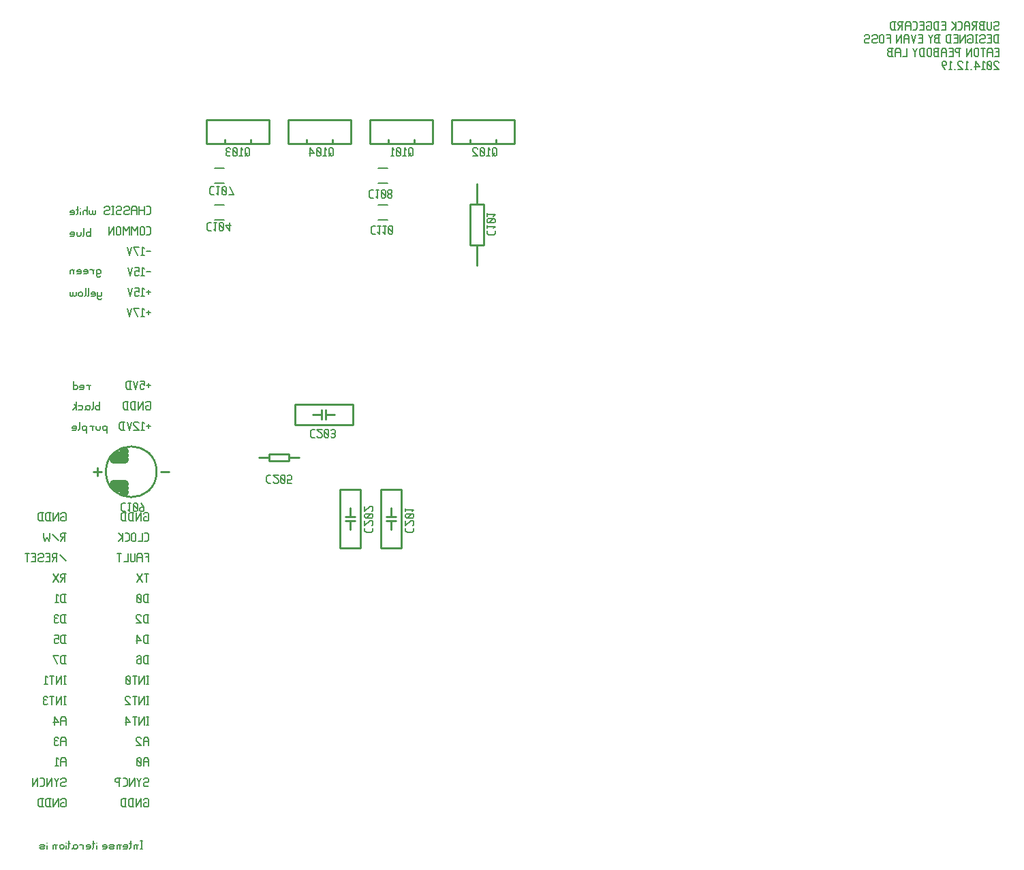
<source format=gbo>
From c3ca4f95bd59f69d45e582a4149327f57a360760 Mon Sep 17 00:00:00 2001
From: jaseg <git@jaseg.de>
Date: Sun, 30 Jan 2022 20:11:38 +0100
Subject: Rename gerbonara/gerber package to just gerbonara

---
 gerbonara/tests/resources/pcb-rnd/power-art.gbo | 1762 +++++++++++++++++++++++
 1 file changed, 1762 insertions(+)
 create mode 100644 gerbonara/tests/resources/pcb-rnd/power-art.gbo

(limited to 'gerbonara/tests/resources/pcb-rnd/power-art.gbo')

diff --git a/gerbonara/tests/resources/pcb-rnd/power-art.gbo b/gerbonara/tests/resources/pcb-rnd/power-art.gbo
new file mode 100644
index 0000000..0aa8280
--- /dev/null
+++ b/gerbonara/tests/resources/pcb-rnd/power-art.gbo
@@ -0,0 +1,1762 @@
+G04 start of page 2 for group 12 layer_idx 7 *
+G04 Title: (unknown), bottom_silk *
+G04 Creator: pcb-rnd 2.3.2 *
+G04 CreationDate: 2021-07-14 03:04:30 UTC *
+G04 For:  *
+G04 Format: Gerber/RS-274X *
+G04 PCB-Dimensions: 1000000 1000000 *
+G04 PCB-Coordinate-Origin: lower left *
+%MOIN*%
+%FSLAX25Y25*%
+%LNBOTTOM_SILK_NONE_12*%
+%ADD88C,0.0070*%
+%ADD87C,0.0394*%
+%ADD86C,0.0080*%
+%ADD85C,0.0100*%
+G54D85*X352646Y925193D02*Y913776D01*
+X343354D02*Y925193D01*
+X334299Y913776D02*Y915744D01*
+X321701D02*Y913776D01*
+G54D86*X316638Y876260D02*X321362D01*
+X316638Y883740D02*X321362D01*
+X316638Y894260D02*X321362D01*
+X316638Y901740D02*X321362D01*
+G54D85*X383354Y925193D02*X352646D01*
+X361701Y915744D02*Y913776D01*
+X365000Y854000D02*Y864000D01*
+X361667Y884000D02*Y864000D01*
+X365000Y884000D02*Y894000D01*
+X361667Y884000D02*X368333D01*
+Y864000D02*X361667D01*
+X368333D02*Y884000D01*
+X383354Y913776D02*Y925193D01*
+X352646Y913776D02*X383354D01*
+X374299D02*Y915744D01*
+X343354Y925193D02*X312646D01*
+X303354D02*X272646D01*
+X263354D02*X232646D01*
+X312646Y913776D02*X343354D01*
+X272646D02*X303354D01*
+X232646D02*X263354D01*
+X272646Y925193D02*Y913776D01*
+X281701Y915744D02*Y913776D01*
+X263354D02*Y925193D01*
+X232646D02*Y913776D01*
+X254299D02*Y915744D01*
+X241701D02*Y913776D01*
+X312646Y925193D02*Y913776D01*
+X303354D02*Y925193D01*
+X294299Y913776D02*Y915744D01*
+X304331Y785921D02*X275984D01*
+Y776079D01*
+X284843Y781000D02*X289173D01*
+X291142Y778638D02*Y783362D01*
+X275984Y776079D02*X304331D01*
+Y785921D01*
+X289173Y778638D02*Y783362D01*
+X291142Y781000D02*X295472D01*
+X273075Y760000D02*X278000D01*
+X325362Y729016D02*X320638D01*
+X323000Y730984D02*Y735315D01*
+X325362Y730984D02*X320638D01*
+X327921Y715827D02*Y744173D01*
+X318079Y715827D02*X327921D01*
+X323000Y724685D02*Y729016D01*
+X307921Y715827D02*Y744173D01*
+X298079D02*Y715827D01*
+X307921D01*
+X303000Y724685D02*Y729016D01*
+Y730984D02*Y735315D01*
+X305362Y729016D02*X300638D01*
+X305362Y730984D02*X300638D01*
+X327921Y744173D02*X318079D01*
+X307921D02*X298079D01*
+X318079D02*Y715827D01*
+G54D86*X236638Y894260D02*X241362D01*
+X236638Y901740D02*X241362D01*
+X236638Y876260D02*X241362D01*
+G54D85*X177520Y753000D02*X181520D01*
+G54D87*X192821Y758906D02*X187320D01*
+X192821Y760874D02*X189077D01*
+X192821Y762843D02*X192461D01*
+G54D85*X210323Y753000D02*X214323D01*
+X179520Y751000D02*Y755000D01*
+G54D87*X192821Y747094D02*X187320D01*
+X192821Y745126D02*X189077D01*
+X192821Y743157D02*X192461D01*
+G54D85*X258300Y760000D02*X263225D01*
+Y758358D02*X273075D01*
+Y761642D02*X263225D01*
+X273075D02*Y758358D01*
+X263225D02*Y761642D01*
+G54D86*X236638Y883740D02*X241362D01*
+G54D85*X183520Y753000D02*G75*G02X208323Y753000I12402J0D01*G01*
+G75*G02X183520Y753000I-12402J0D01*G01*
+G54D88*X164000Y703000D02*X162000D01*
+X161500Y702500D01*
+Y701500D01*
+X162000Y701000D02*X161500Y701500D01*
+X163500Y701000D02*X162000D01*
+X163500Y703000D02*Y699000D01*
+X162700Y701000D02*X161500Y699000D01*
+X160300D02*X157800Y703000D01*
+X160300D02*X157800Y699000D01*
+X163500Y693000D02*Y689000D01*
+X162200Y693000D02*X161500Y692300D01*
+Y689700D01*
+X162200Y689000D02*X161500Y689700D01*
+X164000Y689000D02*X162200D01*
+X164000Y693000D02*X162200D01*
+X160300Y692200D02*X159500Y693000D01*
+Y689000D01*
+X160300D02*X158800D01*
+X163500Y683000D02*Y679000D01*
+X162200Y683000D02*X161500Y682300D01*
+Y679700D01*
+X162200Y679000D02*X161500Y679700D01*
+X164000Y679000D02*X162200D01*
+X164000Y683000D02*X162200D01*
+X160300Y682500D02*X159800Y683000D01*
+X158800D01*
+X158300Y682500D01*
+X158800Y679000D02*X158300Y679500D01*
+X159800Y679000D02*X158800D01*
+X160300Y679500D02*X159800Y679000D01*
+Y681200D02*X158800D01*
+X158300Y682500D02*Y681700D01*
+Y680700D02*Y679500D01*
+Y680700D02*X158800Y681200D01*
+X158300Y681700D02*X158800Y681200D01*
+X164000Y643000D02*X163000D01*
+X163500D02*Y639000D01*
+X164000D02*X163000D01*
+X161800Y643000D02*Y639000D01*
+Y643000D02*X159300Y639000D01*
+Y643000D02*Y639000D01*
+X158100Y643000D02*X156100D01*
+X157100D02*Y639000D01*
+X154900Y642500D02*X154400Y643000D01*
+X153400D01*
+X152900Y642500D01*
+X153400Y639000D02*X152900Y639500D01*
+X154400Y639000D02*X153400D01*
+X154900Y639500D02*X154400Y639000D01*
+Y641200D02*X153400D01*
+X152900Y642500D02*Y641700D01*
+Y640700D02*Y639500D01*
+Y640700D02*X153400Y641200D01*
+X152900Y641700D02*X153400Y641200D01*
+X164000Y632000D02*Y629000D01*
+Y632000D02*X163300Y633000D01*
+X162200D01*
+X161500Y632000D01*
+Y629000D01*
+X164000Y631000D02*X161500D01*
+X160300Y630500D02*X158300Y633000D01*
+X160300Y630500D02*X157800D01*
+X158300Y633000D02*Y629000D01*
+X164000Y653000D02*X163000D01*
+X163500D02*Y649000D01*
+X164000D02*X163000D01*
+X161800Y653000D02*Y649000D01*
+Y653000D02*X159300Y649000D01*
+Y653000D02*Y649000D01*
+X158100Y653000D02*X156100D01*
+X157100D02*Y649000D01*
+X154900Y652200D02*X154100Y653000D01*
+Y649000D01*
+X154900D02*X153400D01*
+X163500Y663000D02*Y659000D01*
+X162200Y663000D02*X161500Y662300D01*
+Y659700D01*
+X162200Y659000D02*X161500Y659700D01*
+X164000Y659000D02*X162200D01*
+X164000Y663000D02*X162200D01*
+X159800Y659000D02*X157800Y663000D01*
+X160300D02*X157800D01*
+X163500Y673000D02*Y669000D01*
+X162200Y673000D02*X161500Y672300D01*
+Y669700D01*
+X162200Y669000D02*X161500Y669700D01*
+X164000Y669000D02*X162200D01*
+X164000Y673000D02*X162200D01*
+X160300D02*X158300D01*
+X160300D02*Y671000D01*
+X159800Y671500D01*
+X158800D01*
+X158300Y671000D01*
+Y669500D01*
+X158800Y669000D02*X158300Y669500D01*
+X159800Y669000D02*X158800D01*
+X160300Y669500D02*X159800Y669000D01*
+X204000Y663000D02*Y659000D01*
+X202700Y663000D02*X202000Y662300D01*
+Y659700D01*
+X202700Y659000D02*X202000Y659700D01*
+X204500Y659000D02*X202700D01*
+X204500Y663000D02*X202700D01*
+X199300D02*X198800Y662500D01*
+X200300Y663000D02*X199300D01*
+X200800Y662500D02*X200300Y663000D01*
+X200800Y662500D02*Y659500D01*
+X200300Y659000D01*
+X199300Y661200D02*X198800Y660700D01*
+X200800Y661200D02*X199300D01*
+X200300Y659000D02*X199300D01*
+X198800Y659500D01*
+Y660700D02*Y659500D01*
+X204500Y633000D02*X203500D01*
+X204000D02*Y629000D01*
+X204500D02*X203500D01*
+X202300Y633000D02*Y629000D01*
+Y633000D02*X199800Y629000D01*
+Y633000D02*Y629000D01*
+X198600Y633000D02*X196600D01*
+X197600D02*Y629000D01*
+X195400Y630500D02*X193400Y633000D01*
+X195400Y630500D02*X192900D01*
+X193400Y633000D02*Y629000D01*
+X204500Y643000D02*X203500D01*
+X204000D02*Y639000D01*
+X204500D02*X203500D01*
+X202300Y643000D02*Y639000D01*
+Y643000D02*X199800Y639000D01*
+Y643000D02*Y639000D01*
+X198600Y643000D02*X196600D01*
+X197600D02*Y639000D01*
+X195400Y642500D02*X194900Y643000D01*
+X193400D01*
+X192900Y642500D01*
+Y641500D01*
+X195400Y639000D02*X192900Y641500D01*
+X195400Y639000D02*X192900D01*
+X204500Y653000D02*X203500D01*
+X204000D02*Y649000D01*
+X204500D02*X203500D01*
+X202300Y653000D02*Y649000D01*
+Y653000D02*X199800Y649000D01*
+Y653000D02*Y649000D01*
+X198600Y653000D02*X196600D01*
+X197600D02*Y649000D01*
+X195400Y649500D02*X194900Y649000D01*
+X195400Y652500D02*Y649500D01*
+Y652500D02*X194900Y653000D01*
+X193900D01*
+X193400Y652500D01*
+Y649500D01*
+X193900Y649000D02*X193400Y649500D01*
+X194900Y649000D02*X193900D01*
+X195400Y650000D02*X193400Y652000D01*
+X204500Y612000D02*Y609000D01*
+Y612000D02*X203800Y613000D01*
+X202700D01*
+X202000Y612000D01*
+Y609000D01*
+X204500Y611000D02*X202000D01*
+X200800Y609500D02*X200300Y609000D01*
+X200800Y612500D02*Y609500D01*
+Y612500D02*X200300Y613000D01*
+X199300D01*
+X198800Y612500D01*
+Y609500D01*
+X199300Y609000D02*X198800Y609500D01*
+X200300Y609000D02*X199300D01*
+X200800Y610000D02*X198800Y612000D01*
+X204500Y622000D02*Y619000D01*
+Y622000D02*X203800Y623000D01*
+X202700D01*
+X202000Y622000D01*
+Y619000D01*
+X204500Y621000D02*X202000D01*
+X200800Y622500D02*X200300Y623000D01*
+X198800D01*
+X198300Y622500D01*
+Y621500D01*
+X200800Y619000D02*X198300Y621500D01*
+X200800Y619000D02*X198300D01*
+X202500Y603000D02*X202000Y602500D01*
+X204000Y603000D02*X202500D01*
+X204500Y602500D02*X204000Y603000D01*
+X204500Y602500D02*Y601500D01*
+X204000Y601000D01*
+X202500D01*
+X202000Y600500D01*
+Y599500D01*
+X202500Y599000D02*X202000Y599500D01*
+X204000Y599000D02*X202500D01*
+X204500Y599500D02*X204000Y599000D01*
+X200800Y603000D02*X199800Y601000D01*
+X198800Y603000D01*
+X199800Y601000D02*Y599000D01*
+X197600Y603000D02*Y599000D01*
+Y603000D02*X195100Y599000D01*
+Y603000D02*Y599000D01*
+X193200D02*X191900D01*
+X193900Y599700D02*X193200Y599000D01*
+X193900Y602300D02*Y599700D01*
+Y602300D02*X193200Y603000D01*
+X191900D01*
+X190200D02*Y599000D01*
+X190700Y603000D02*X188700D01*
+X188200Y602500D01*
+Y601500D01*
+X188700Y601000D02*X188200Y601500D01*
+X190200Y601000D02*X188700D01*
+X204000Y673000D02*Y669000D01*
+X202700Y673000D02*X202000Y672300D01*
+Y669700D01*
+X202700Y669000D02*X202000Y669700D01*
+X204500Y669000D02*X202700D01*
+X204500Y673000D02*X202700D01*
+X200800Y670500D02*X198800Y673000D01*
+X200800Y670500D02*X198300D01*
+X198800Y673000D02*Y669000D01*
+X205500Y795500D02*X203500D01*
+X204500Y796500D02*Y794500D01*
+X202300Y797500D02*X200300D01*
+X202300D02*Y795500D01*
+X201800Y796000D01*
+X200800D01*
+X200300Y795500D01*
+Y794000D01*
+X200800Y793500D02*X200300Y794000D01*
+X201800Y793500D02*X200800D01*
+X202300Y794000D02*X201800Y793500D01*
+X199100Y797500D02*X198100Y793500D01*
+X197100Y797500D01*
+X195400D02*Y793500D01*
+X194100Y797500D02*X193400Y796800D01*
+Y794200D01*
+X194100Y793500D02*X193400Y794200D01*
+X195900Y793500D02*X194100D01*
+X195900Y797500D02*X194100D01*
+X203500Y787500D02*X203000Y787000D01*
+X205000Y787500D02*X203500D01*
+X205500Y787000D02*X205000Y787500D01*
+X205500Y787000D02*Y784000D01*
+X205000Y783500D01*
+X203500D01*
+X203000Y784000D01*
+Y785000D02*Y784000D01*
+X203500Y785500D02*X203000Y785000D01*
+X204500Y785500D02*X203500D01*
+X201800Y787500D02*Y783500D01*
+Y787500D02*X199300Y783500D01*
+Y787500D02*Y783500D01*
+X197600Y787500D02*Y783500D01*
+X196300Y787500D02*X195600Y786800D01*
+Y784200D01*
+X196300Y783500D02*X195600Y784200D01*
+X198100Y783500D02*X196300D01*
+X198100Y787500D02*X196300D01*
+X193900D02*Y783500D01*
+X192600Y787500D02*X191900Y786800D01*
+Y784200D01*
+X192600Y783500D02*X191900Y784200D01*
+X194400Y783500D02*X192600D01*
+X194400Y787500D02*X192600D01*
+X205500Y775500D02*X203500D01*
+X204500Y776500D02*Y774500D01*
+X202300Y776700D02*X201500Y777500D01*
+Y773500D01*
+X202300D02*X200800D01*
+X199600Y777000D02*X199100Y777500D01*
+X197600D01*
+X197100Y777000D01*
+Y776000D01*
+X199600Y773500D02*X197100Y776000D01*
+X199600Y773500D02*X197100D01*
+X195900Y777500D02*X194900Y773500D01*
+X193900Y777500D01*
+X192200D02*Y773500D01*
+X190900Y777500D02*X190200Y776800D01*
+Y774200D01*
+X190900Y773500D02*X190200Y774200D01*
+X192700Y773500D02*X190900D01*
+X192700Y777500D02*X190900D01*
+X204500Y713000D02*Y709000D01*
+Y713000D02*X202500D01*
+X204500Y711200D02*X203000D01*
+X201300Y712000D02*Y709000D01*
+Y712000D02*X200600Y713000D01*
+X199500D01*
+X198800Y712000D01*
+Y709000D01*
+X201300Y711000D02*X198800D01*
+X197600Y713000D02*Y709500D01*
+X197100Y709000D01*
+X196100D01*
+X195600Y709500D01*
+Y713000D02*Y709500D01*
+X194400Y713000D02*Y709000D01*
+X192400D01*
+X191200Y713000D02*X189200D01*
+X190200D02*Y709000D01*
+X203800Y719000D02*X202500D01*
+X204500Y719700D02*X203800Y719000D01*
+X204500Y722300D02*Y719700D01*
+Y722300D02*X203800Y723000D01*
+X202500D01*
+X201300D02*Y719000D01*
+X199300D01*
+X198100Y722500D02*Y719500D01*
+Y722500D02*X197600Y723000D01*
+X196600D01*
+X196100Y722500D01*
+Y719500D01*
+X196600Y719000D02*X196100Y719500D01*
+X197600Y719000D02*X196600D01*
+X198100Y719500D02*X197600Y719000D01*
+X194200D02*X192900D01*
+X194900Y719700D02*X194200Y719000D01*
+X194900Y722300D02*Y719700D01*
+Y722300D02*X194200Y723000D01*
+X192900D01*
+X191700D02*Y719000D01*
+Y721000D02*X189700Y723000D01*
+X191700Y721000D02*X189700Y719000D01*
+X202500Y733000D02*X202000Y732500D01*
+X204000Y733000D02*X202500D01*
+X204500Y732500D02*X204000Y733000D01*
+X204500Y732500D02*Y729500D01*
+X204000Y729000D01*
+X202500D01*
+X202000Y729500D01*
+Y730500D02*Y729500D01*
+X202500Y731000D02*X202000Y730500D01*
+X203500Y731000D02*X202500D01*
+X200800Y733000D02*Y729000D01*
+Y733000D02*X198300Y729000D01*
+Y733000D02*Y729000D01*
+X196600Y733000D02*Y729000D01*
+X195300Y733000D02*X194600Y732300D01*
+Y729700D01*
+X195300Y729000D02*X194600Y729700D01*
+X197100Y729000D02*X195300D01*
+X197100Y733000D02*X195300D01*
+X192900D02*Y729000D01*
+X191600Y733000D02*X190900Y732300D01*
+Y729700D01*
+X191600Y729000D02*X190900Y729700D01*
+X193400Y729000D02*X191600D01*
+X193400Y733000D02*X191600D01*
+X191809Y737637D02*X193109D01*
+X191109Y736937D02*X191809Y737637D01*
+X191109Y734337D02*Y736937D01*
+Y734337D02*X191809Y733637D01*
+X193109D01*
+X194309Y734437D02*X195109Y733637D01*
+Y737637D01*
+X194309D02*X195809D01*
+X197009Y737137D02*X197509Y737637D01*
+X197009Y734137D02*Y737137D01*
+Y734137D02*X197509Y733637D01*
+X198509D01*
+X199009Y734137D01*
+Y737137D01*
+X198509Y737637D02*X199009Y737137D01*
+X197509Y737637D02*X198509D01*
+X197009Y736637D02*X199009Y734637D01*
+X200709Y737637D02*X202209Y735637D01*
+Y734137D02*Y735637D01*
+X201709Y733637D02*X202209Y734137D01*
+X200709Y733637D02*X201709D01*
+X200209Y734137D02*X200709Y733637D01*
+X200209Y734137D02*Y735137D01*
+X200709Y735637D01*
+X202209D01*
+X204000Y683000D02*Y679000D01*
+X202700Y683000D02*X202000Y682300D01*
+Y679700D01*
+X202700Y679000D02*X202000Y679700D01*
+X204500Y679000D02*X202700D01*
+X204500Y683000D02*X202700D01*
+X200800Y682500D02*X200300Y683000D01*
+X198800D01*
+X198300Y682500D01*
+Y681500D01*
+X200800Y679000D02*X198300Y681500D01*
+X200800Y679000D02*X198300D01*
+X204000Y693000D02*Y689000D01*
+X202700Y693000D02*X202000Y692300D01*
+Y689700D01*
+X202700Y689000D02*X202000Y689700D01*
+X204500Y689000D02*X202700D01*
+X204500Y693000D02*X202700D01*
+X200800Y689500D02*X200300Y689000D01*
+X200800Y692500D02*Y689500D01*
+Y692500D02*X200300Y693000D01*
+X199300D01*
+X198800Y692500D01*
+Y689500D01*
+X199300Y689000D02*X198800Y689500D01*
+X200300Y689000D02*X199300D01*
+X200800Y690000D02*X198800Y692000D01*
+X204500Y703000D02*X202500D01*
+X203500D02*Y699000D01*
+X201300D02*X198800Y703000D01*
+X201300D02*X198800Y699000D01*
+X205500Y831000D02*X203500D01*
+X204500Y832000D02*Y830000D01*
+X202300Y832200D02*X201500Y833000D01*
+Y829000D01*
+X202300D02*X200800D01*
+X199100D02*X197100Y833000D01*
+X199600D02*X197100D01*
+X195900D02*X194900Y829000D01*
+X193900Y833000D01*
+X175500Y795000D02*Y793500D01*
+Y795000D02*X175000Y795500D01*
+X174000D01*
+X176000D02*X175500Y795000D01*
+X172300Y793500D02*X170800D01*
+X172800Y794000D02*X172300Y793500D01*
+X172800Y795000D02*Y794000D01*
+Y795000D02*X172300Y795500D01*
+X171300D01*
+X170800Y795000D01*
+X172800Y794500D02*X170800D01*
+Y795000D01*
+X167600Y797500D02*Y793500D01*
+X168100D02*X167600Y794000D01*
+X169100Y793500D02*X168100D01*
+X169600Y794000D02*X169100Y793500D01*
+X169600Y795000D02*Y794000D01*
+Y795000D02*X169100Y795500D01*
+X168100D01*
+X167600Y795000D01*
+X180500Y787500D02*Y783500D01*
+Y784000D02*X180000Y783500D01*
+X179000D01*
+X178500Y784000D01*
+Y785000D02*Y784000D01*
+X179000Y785500D02*X178500Y785000D01*
+X180000Y785500D02*X179000D01*
+X180500Y785000D02*X180000Y785500D01*
+X177300Y787500D02*Y784000D01*
+X176800Y783500D01*
+X174300Y785500D02*X173800Y785000D01*
+X175300Y785500D02*X174300D01*
+X175800Y785000D02*X175300Y785500D01*
+X175800Y785000D02*Y784000D01*
+X175300Y783500D01*
+X173800Y785500D02*Y784000D01*
+X173300Y783500D01*
+X175300D02*X174300D01*
+X173800Y784000D01*
+X171600Y785500D02*X170100D01*
+X172100Y785000D02*X171600Y785500D01*
+X172100Y785000D02*Y784000D01*
+X171600Y783500D01*
+X170100D01*
+X168900Y787500D02*Y783500D01*
+Y785000D02*X167400Y783500D01*
+X168900Y785000D02*X167900Y786000D01*
+X184000Y775000D02*Y772000D01*
+X184500Y775500D02*X184000Y775000D01*
+X183500Y775500D01*
+X182500D01*
+X182000Y775000D01*
+Y774000D01*
+X182500Y773500D02*X182000Y774000D01*
+X183500Y773500D02*X182500D01*
+X184000Y774000D02*X183500Y773500D01*
+X180800Y775500D02*Y774000D01*
+X180300Y773500D01*
+X179300D01*
+X178800Y774000D01*
+Y775500D02*Y774000D01*
+X177100Y775000D02*Y773500D01*
+Y775000D02*X176600Y775500D01*
+X175600D01*
+X177600D02*X177100Y775000D01*
+X173900D02*Y772000D01*
+X174400Y775500D02*X173900Y775000D01*
+X173400Y775500D01*
+X172400D01*
+X171900Y775000D01*
+Y774000D01*
+X172400Y773500D02*X171900Y774000D01*
+X173400Y773500D02*X172400D01*
+X173900Y774000D02*X173400Y773500D01*
+X170700Y777500D02*Y774000D01*
+X170200Y773500D01*
+X168700D02*X167200D01*
+X169200Y774000D02*X168700Y773500D01*
+X169200Y775000D02*Y774000D01*
+Y775000D02*X168700Y775500D01*
+X167700D01*
+X167200Y775000D01*
+X169200Y774500D02*X167200D01*
+Y775000D01*
+X205500Y841000D02*X203500D01*
+X204500Y842000D02*Y840000D01*
+X202300Y842200D02*X201500Y843000D01*
+Y839000D01*
+X202300D02*X200800D01*
+X199600Y843000D02*X197600D01*
+X199600D02*Y841000D01*
+X199100Y841500D01*
+X198100D01*
+X197600Y841000D01*
+Y839500D01*
+X198100Y839000D02*X197600Y839500D01*
+X199100Y839000D02*X198100D01*
+X199600Y839500D02*X199100Y839000D01*
+X196400Y843000D02*X195400Y839000D01*
+X194400Y843000D01*
+X181500Y841000D02*Y839500D01*
+X181000Y839000D01*
+X179500Y841000D02*Y838000D01*
+X180000Y837500D02*X179500Y838000D01*
+X181000Y837500D02*X180000D01*
+X181500Y838000D02*X181000Y837500D01*
+Y839000D02*X180000D01*
+X179500Y839500D01*
+X177800Y839000D02*X176300D01*
+X178300Y839500D02*X177800Y839000D01*
+X178300Y840500D02*Y839500D01*
+Y840500D02*X177800Y841000D01*
+X176800D01*
+X176300Y840500D01*
+X178300Y840000D02*X176300D01*
+Y840500D01*
+X175100Y843000D02*Y839500D01*
+X174600Y839000D01*
+X173600Y843000D02*Y839500D01*
+X173100Y839000D01*
+X172100Y840500D02*Y839500D01*
+Y840500D02*X171600Y841000D01*
+X170600D01*
+X170100Y840500D01*
+Y839500D01*
+X170600Y839000D02*X170100Y839500D01*
+X171600Y839000D02*X170600D01*
+X172100Y839500D02*X171600Y839000D01*
+X168900Y841000D02*Y839500D01*
+X168400Y839000D01*
+X167900D01*
+X167400Y839500D01*
+Y841000D02*Y839500D01*
+X166900Y839000D01*
+X166400D01*
+X165900Y839500D01*
+Y841000D02*Y839500D01*
+X205500Y851000D02*X203500D01*
+X202300Y852200D02*X201500Y853000D01*
+Y849000D01*
+X202300D02*X200800D01*
+X199600Y853000D02*X197600D01*
+X199600D02*Y851000D01*
+X199100Y851500D01*
+X198100D01*
+X197600Y851000D01*
+Y849500D01*
+X198100Y849000D02*X197600Y849500D01*
+X199100Y849000D02*X198100D01*
+X199600Y849500D02*X199100Y849000D01*
+X196400Y853000D02*X195400Y849000D01*
+X194400Y853000D01*
+X179500Y852000D02*X179000Y851500D01*
+X180500Y852000D02*X179500D01*
+X181000Y851500D02*X180500Y852000D01*
+X181000Y851500D02*Y850500D01*
+X180500Y850000D01*
+X179500D01*
+X179000Y850500D01*
+X181000Y849000D02*X180500Y848500D01*
+X179500D01*
+X179000Y849000D01*
+Y852000D02*Y849000D01*
+X177300Y851500D02*Y850000D01*
+Y851500D02*X176800Y852000D01*
+X175800D01*
+X177800D02*X177300Y851500D01*
+X174100Y850000D02*X172600D01*
+X174600Y850500D02*X174100Y850000D01*
+X174600Y851500D02*Y850500D01*
+Y851500D02*X174100Y852000D01*
+X173100D01*
+X172600Y851500D01*
+X174600Y851000D02*X172600D01*
+Y851500D01*
+X170900Y850000D02*X169400D01*
+X171400Y850500D02*X170900Y850000D01*
+X171400Y851500D02*Y850500D01*
+Y851500D02*X170900Y852000D01*
+X169900D01*
+X169400Y851500D01*
+X171400Y851000D02*X169400D01*
+Y851500D01*
+X167700D02*Y850000D01*
+Y851500D02*X167200Y852000D01*
+X166700D01*
+X166200Y851500D01*
+Y850000D01*
+X168200Y852000D02*X167700Y851500D01*
+X205500Y861000D02*X203500D01*
+X202300Y862200D02*X201500Y863000D01*
+Y859000D01*
+X202300D02*X200800D01*
+X199100D02*X197100Y863000D01*
+X199600D02*X197100D01*
+X195900D02*X194900Y859000D01*
+X193900Y863000D01*
+X204800Y869000D02*X203500D01*
+X205500Y869700D02*X204800Y869000D01*
+X205500Y872300D02*Y869700D01*
+Y872300D02*X204800Y873000D01*
+X203500D01*
+X202300Y872500D02*Y869500D01*
+Y872500D02*X201800Y873000D01*
+X200800D01*
+X200300Y872500D01*
+Y869500D01*
+X200800Y869000D02*X200300Y869500D01*
+X201800Y869000D02*X200800D01*
+X202300Y869500D02*X201800Y869000D01*
+X199100Y873000D02*Y869000D01*
+Y873000D02*X197600Y871000D01*
+X196100Y873000D01*
+Y869000D01*
+X194900Y873000D02*Y869000D01*
+Y873000D02*X193400Y871000D01*
+X191900Y873000D01*
+Y869000D01*
+X190700Y872500D02*Y869500D01*
+Y872500D02*X190200Y873000D01*
+X189200D01*
+X188700Y872500D01*
+Y869500D01*
+X189200Y869000D02*X188700Y869500D01*
+X190200Y869000D02*X189200D01*
+X190700Y869500D02*X190200Y869000D01*
+X187500Y873000D02*Y869000D01*
+Y873000D02*X185000Y869000D01*
+Y873000D02*Y869000D01*
+X204800Y879000D02*X203500D01*
+X205500Y879700D02*X204800Y879000D01*
+X205500Y882300D02*Y879700D01*
+Y882300D02*X204800Y883000D01*
+X203500D01*
+X202300D02*Y879000D01*
+X199800Y883000D02*Y879000D01*
+X202300Y881000D02*X199800D01*
+X198600Y882000D02*Y879000D01*
+Y882000D02*X197900Y883000D01*
+X196800D01*
+X196100Y882000D01*
+Y879000D01*
+X198600Y881000D02*X196100D01*
+X192900Y883000D02*X192400Y882500D01*
+X194400Y883000D02*X192900D01*
+X194900Y882500D02*X194400Y883000D01*
+X194900Y882500D02*Y881500D01*
+X194400Y881000D01*
+X192900D01*
+X192400Y880500D01*
+Y879500D01*
+X192900Y879000D02*X192400Y879500D01*
+X194400Y879000D02*X192900D01*
+X194900Y879500D02*X194400Y879000D01*
+X189200Y883000D02*X188700Y882500D01*
+X190700Y883000D02*X189200D01*
+X191200Y882500D02*X190700Y883000D01*
+X191200Y882500D02*Y881500D01*
+X190700Y881000D01*
+X189200D01*
+X188700Y880500D01*
+Y879500D01*
+X189200Y879000D02*X188700Y879500D01*
+X190700Y879000D02*X189200D01*
+X191200Y879500D02*X190700Y879000D01*
+X187500Y883000D02*X186500D01*
+X187000D02*Y879000D01*
+X187500D02*X186500D01*
+X183300Y883000D02*X182800Y882500D01*
+X184800Y883000D02*X183300D01*
+X185300Y882500D02*X184800Y883000D01*
+X185300Y882500D02*Y881500D01*
+X184800Y881000D01*
+X183300D01*
+X182800Y880500D01*
+Y879500D01*
+X183300Y879000D02*X182800Y879500D01*
+X184800Y879000D02*X183300D01*
+X185300Y879500D02*X184800Y879000D01*
+X178500Y881000D02*Y879500D01*
+X178000Y879000D01*
+X177500D01*
+X177000Y879500D01*
+Y881000D02*Y879500D01*
+X176500Y879000D01*
+X176000D01*
+X175500Y879500D01*
+Y881000D02*Y879500D01*
+X174300Y883000D02*Y879000D01*
+Y880500D02*X173800Y881000D01*
+X172800D01*
+X172300Y880500D01*
+Y879000D01*
+X171100Y882000D02*Y881900D01*
+Y880500D02*Y879000D01*
+X169600Y883000D02*Y879500D01*
+X169100Y879000D01*
+X170100Y881500D02*X169100D01*
+X167600Y879000D02*X166100D01*
+X168100Y879500D02*X167600Y879000D01*
+X168100Y880500D02*Y879500D01*
+Y880500D02*X167600Y881000D01*
+X166600D01*
+X166100Y880500D01*
+X168100Y880000D02*X166100D01*
+Y880500D01*
+X176000Y872500D02*Y868500D01*
+Y869000D02*X175500Y868500D01*
+X174500D01*
+X174000Y869000D01*
+Y870000D02*Y869000D01*
+X174500Y870500D02*X174000Y870000D01*
+X175500Y870500D02*X174500D01*
+X176000Y870000D02*X175500Y870500D01*
+X172800Y872500D02*Y869000D01*
+X172300Y868500D01*
+X171300Y870500D02*Y869000D01*
+X170800Y868500D01*
+X169800D01*
+X169300Y869000D01*
+Y870500D02*Y869000D01*
+X167600Y868500D02*X166100D01*
+X168100Y869000D02*X167600Y868500D01*
+X168100Y870000D02*Y869000D01*
+Y870000D02*X167600Y870500D01*
+X166600D01*
+X166100Y870000D01*
+X168100Y869500D02*X166100D01*
+Y870000D01*
+X164000Y612000D02*Y609000D01*
+Y612000D02*X163300Y613000D01*
+X162200D01*
+X161500Y612000D01*
+Y609000D01*
+X164000Y611000D02*X161500D01*
+X160300Y612200D02*X159500Y613000D01*
+Y609000D01*
+X160300D02*X158800D01*
+X162000Y603000D02*X161500Y602500D01*
+X163500Y603000D02*X162000D01*
+X164000Y602500D02*X163500Y603000D01*
+X164000Y602500D02*Y601500D01*
+X163500Y601000D01*
+X162000D01*
+X161500Y600500D01*
+Y599500D01*
+X162000Y599000D02*X161500Y599500D01*
+X163500Y599000D02*X162000D01*
+X164000Y599500D02*X163500Y599000D01*
+X160300Y603000D02*X159300Y601000D01*
+X158300Y603000D01*
+X159300Y601000D02*Y599000D01*
+X157100Y603000D02*Y599000D01*
+Y603000D02*X154600Y599000D01*
+Y603000D02*Y599000D01*
+X152700D02*X151400D01*
+X153400Y599700D02*X152700Y599000D01*
+X153400Y602300D02*Y599700D01*
+Y602300D02*X152700Y603000D01*
+X151400D01*
+X150200D02*Y599000D01*
+Y603000D02*X147700Y599000D01*
+Y603000D02*Y599000D01*
+X164000Y622000D02*Y619000D01*
+Y622000D02*X163300Y623000D01*
+X162200D01*
+X161500Y622000D01*
+Y619000D01*
+X164000Y621000D02*X161500D01*
+X160300Y622500D02*X159800Y623000D01*
+X158800D01*
+X158300Y622500D01*
+X158800Y619000D02*X158300Y619500D01*
+X159800Y619000D02*X158800D01*
+X160300Y619500D02*X159800Y619000D01*
+Y621200D02*X158800D01*
+X158300Y622500D02*Y621700D01*
+Y620700D02*Y619500D01*
+Y620700D02*X158800Y621200D01*
+X158300Y621700D02*X158800Y621200D01*
+X162000Y593000D02*X161500Y592500D01*
+X163500Y593000D02*X162000D01*
+X164000Y592500D02*X163500Y593000D01*
+X164000Y592500D02*Y589500D01*
+X163500Y589000D01*
+X162000D01*
+X161500Y589500D01*
+Y590500D02*Y589500D01*
+X162000Y591000D02*X161500Y590500D01*
+X163000Y591000D02*X162000D01*
+X160300Y593000D02*Y589000D01*
+Y593000D02*X157800Y589000D01*
+Y593000D02*Y589000D01*
+X156100Y593000D02*Y589000D01*
+X154800Y593000D02*X154100Y592300D01*
+Y589700D01*
+X154800Y589000D02*X154100Y589700D01*
+X156600Y589000D02*X154800D01*
+X156600Y593000D02*X154800D01*
+X152400D02*Y589000D01*
+X151100Y593000D02*X150400Y592300D01*
+Y589700D01*
+X151100Y589000D02*X150400Y589700D01*
+X152900Y589000D02*X151100D01*
+X152900Y593000D02*X151100D01*
+X202500D02*X202000Y592500D01*
+X204000Y593000D02*X202500D01*
+X204500Y592500D02*X204000Y593000D01*
+X204500Y592500D02*Y589500D01*
+X204000Y589000D01*
+X202500D01*
+X202000Y589500D01*
+Y590500D02*Y589500D01*
+X202500Y591000D02*X202000Y590500D01*
+X203500Y591000D02*X202500D01*
+X200800Y593000D02*Y589000D01*
+Y593000D02*X198300Y589000D01*
+Y593000D02*Y589000D01*
+X196600Y593000D02*Y589000D01*
+X195300Y593000D02*X194600Y592300D01*
+Y589700D01*
+X195300Y589000D02*X194600Y589700D01*
+X197100Y589000D02*X195300D01*
+X197100Y593000D02*X195300D01*
+X192900D02*Y589000D01*
+X191600Y593000D02*X190900Y592300D01*
+Y589700D01*
+X191600Y589000D02*X190900Y589700D01*
+X193400Y589000D02*X191600D01*
+X193400Y593000D02*X191600D01*
+X201500Y572500D02*X200500D01*
+X201000D02*Y568500D01*
+X201500D02*X200500D01*
+X198800Y570000D02*Y568500D01*
+Y570000D02*X198300Y570500D01*
+X197800D01*
+X197300Y570000D01*
+Y568500D01*
+X199300Y570500D02*X198800Y570000D01*
+X195600Y572500D02*Y569000D01*
+X195100Y568500D01*
+X196100Y571000D02*X195100D01*
+X193600Y568500D02*X192100D01*
+X194100Y569000D02*X193600Y568500D01*
+X194100Y570000D02*Y569000D01*
+Y570000D02*X193600Y570500D01*
+X192600D01*
+X192100Y570000D01*
+X194100Y569500D02*X192100D01*
+Y570000D01*
+X190400D02*Y568500D01*
+Y570000D02*X189900Y570500D01*
+X189400D01*
+X188900Y570000D01*
+Y568500D01*
+X190900Y570500D02*X190400Y570000D01*
+X187200Y568500D02*X185700D01*
+X185200Y569000D01*
+X185700Y569500D02*X185200Y569000D01*
+X187200Y569500D02*X185700D01*
+X187700Y570000D02*X187200Y569500D01*
+X187700Y570000D02*X187200Y570500D01*
+X185700D01*
+X185200Y570000D01*
+X187700Y569000D02*X187200Y568500D01*
+X183500D02*X182000D01*
+X184000Y569000D02*X183500Y568500D01*
+X184000Y570000D02*Y569000D01*
+Y570000D02*X183500Y570500D01*
+X182500D01*
+X182000Y570000D01*
+X184000Y569500D02*X182000D01*
+Y570000D01*
+X179000Y571500D02*Y571400D01*
+Y570000D02*Y568500D01*
+X177500Y572500D02*Y569000D01*
+X177000Y568500D01*
+X178000Y571000D02*X177000D01*
+X175500Y568500D02*X174000D01*
+X176000Y569000D02*X175500Y568500D01*
+X176000Y570000D02*Y569000D01*
+Y570000D02*X175500Y570500D01*
+X174500D01*
+X174000Y570000D01*
+X176000Y569500D02*X174000D01*
+Y570000D01*
+X172300D02*Y568500D01*
+Y570000D02*X171800Y570500D01*
+X170800D01*
+X172800D02*X172300Y570000D01*
+X168100Y570500D02*X167600Y570000D01*
+X169100Y570500D02*X168100D01*
+X169600Y570000D02*X169100Y570500D01*
+X169600Y570000D02*Y569000D01*
+X169100Y568500D01*
+X167600Y570500D02*Y569000D01*
+X167100Y568500D01*
+X169100D02*X168100D01*
+X167600Y569000D01*
+X165400Y572500D02*Y569000D01*
+X164900Y568500D01*
+X165900Y571000D02*X164900D01*
+X163900Y571500D02*Y571400D01*
+Y570000D02*Y568500D01*
+X162900Y570000D02*Y569000D01*
+Y570000D02*X162400Y570500D01*
+X161400D01*
+X160900Y570000D01*
+Y569000D01*
+X161400Y568500D02*X160900Y569000D01*
+X162400Y568500D02*X161400D01*
+X162900Y569000D02*X162400Y568500D01*
+X159200Y570000D02*Y568500D01*
+Y570000D02*X158700Y570500D01*
+X158200D01*
+X157700Y570000D01*
+Y568500D01*
+X159700Y570500D02*X159200Y570000D01*
+X154700Y571500D02*Y571400D01*
+Y570000D02*Y568500D01*
+X153200D02*X151700D01*
+X151200Y569000D01*
+X151700Y569500D02*X151200Y569000D01*
+X153200Y569500D02*X151700D01*
+X153700Y570000D02*X153200Y569500D01*
+X153700Y570000D02*X153200Y570500D01*
+X151700D01*
+X151200Y570000D01*
+X153700Y569000D02*X153200Y568500D01*
+X162000Y733000D02*X161500Y732500D01*
+X163500Y733000D02*X162000D01*
+X164000Y732500D02*X163500Y733000D01*
+X164000Y732500D02*Y729500D01*
+X163500Y729000D01*
+X162000D01*
+X161500Y729500D01*
+Y730500D02*Y729500D01*
+X162000Y731000D02*X161500Y730500D01*
+X163000Y731000D02*X162000D01*
+X160300Y733000D02*Y729000D01*
+Y733000D02*X157800Y729000D01*
+Y733000D02*Y729000D01*
+X156100Y733000D02*Y729000D01*
+X154800Y733000D02*X154100Y732300D01*
+Y729700D01*
+X154800Y729000D02*X154100Y729700D01*
+X156600Y729000D02*X154800D01*
+X156600Y733000D02*X154800D01*
+X152400D02*Y729000D01*
+X151100Y733000D02*X150400Y732300D01*
+Y729700D01*
+X151100Y729000D02*X150400Y729700D01*
+X152900Y729000D02*X151100D01*
+X152900Y733000D02*X151100D01*
+X164000Y723000D02*X162000D01*
+X161500Y722500D01*
+Y721500D01*
+X162000Y721000D02*X161500Y721500D01*
+X163500Y721000D02*X162000D01*
+X163500Y723000D02*Y719000D01*
+X162700Y721000D02*X161500Y719000D01*
+X160300Y719500D02*X157300Y722500D01*
+X156100Y723000D02*Y721000D01*
+X155600Y719000D01*
+X154600Y721000D01*
+X153600Y719000D01*
+X153100Y721000D01*
+Y723000D01*
+X164000Y709500D02*X161000Y712500D01*
+X159800Y713000D02*X157800D01*
+X157300Y712500D01*
+Y711500D01*
+X157800Y711000D02*X157300Y711500D01*
+X159300Y711000D02*X157800D01*
+X159300Y713000D02*Y709000D01*
+X158500Y711000D02*X157300Y709000D01*
+X156100Y711200D02*X154600D01*
+X156100Y709000D02*X154100D01*
+X156100Y713000D02*Y709000D01*
+Y713000D02*X154100D01*
+X150900D02*X150400Y712500D01*
+X152400Y713000D02*X150900D01*
+X152900Y712500D02*X152400Y713000D01*
+X152900Y712500D02*Y711500D01*
+X152400Y711000D01*
+X150900D01*
+X150400Y710500D01*
+Y709500D01*
+X150900Y709000D02*X150400Y709500D01*
+X152400Y709000D02*X150900D01*
+X152900Y709500D02*X152400Y709000D01*
+X149200Y711200D02*X147700D01*
+X149200Y709000D02*X147200D01*
+X149200Y713000D02*Y709000D01*
+Y713000D02*X147200D01*
+X146000D02*X144000D01*
+X145000D02*Y709000D01*
+X620500Y953500D02*X620000Y954000D01*
+X618500D01*
+X618000Y953500D01*
+Y952500D01*
+X620500Y950000D02*X618000Y952500D01*
+X620500Y950000D02*X618000D01*
+X616800Y950500D02*X616300Y950000D01*
+X616800Y953500D02*Y950500D01*
+Y953500D02*X616300Y954000D01*
+X615300D01*
+X614800Y953500D01*
+Y950500D01*
+X615300Y950000D02*X614800Y950500D01*
+X616300Y950000D02*X615300D01*
+X616800Y951000D02*X614800Y953000D01*
+X613600Y953200D02*X612800Y954000D01*
+Y950000D01*
+X613600D02*X612100D01*
+X610900Y951500D02*X608900Y954000D01*
+X610900Y951500D02*X608400D01*
+X608900Y954000D02*Y950000D01*
+X607200D02*X606700D01*
+X605500Y953200D02*X604700Y954000D01*
+Y950000D01*
+X605500D02*X604000D01*
+X602800Y953500D02*X602300Y954000D01*
+X600800D01*
+X600300Y953500D01*
+Y952500D01*
+X602800Y950000D02*X600300Y952500D01*
+X602800Y950000D02*X600300D01*
+X599100D02*X598600D01*
+X597400Y953200D02*X596600Y954000D01*
+Y950000D01*
+X597400D02*X595900D01*
+X594200D02*X592700Y952000D01*
+Y953500D02*Y952000D01*
+X593200Y954000D02*X592700Y953500D01*
+X594200Y954000D02*X593200D01*
+X594700Y953500D02*X594200Y954000D01*
+X594700Y953500D02*Y952500D01*
+X594200Y952000D01*
+X592700D01*
+X620000Y967000D02*Y963000D01*
+X618700Y967000D02*X618000Y966300D01*
+Y963700D01*
+X618700Y963000D02*X618000Y963700D01*
+X620500Y963000D02*X618700D01*
+X620500Y967000D02*X618700D01*
+X616800Y965200D02*X615300D01*
+X616800Y963000D02*X614800D01*
+X616800Y967000D02*Y963000D01*
+Y967000D02*X614800D01*
+X611600D02*X611100Y966500D01*
+X613100Y967000D02*X611600D01*
+X613600Y966500D02*X613100Y967000D01*
+X613600Y966500D02*Y965500D01*
+X613100Y965000D01*
+X611600D01*
+X611100Y964500D01*
+Y963500D01*
+X611600Y963000D02*X611100Y963500D01*
+X613100Y963000D02*X611600D01*
+X613600Y963500D02*X613100Y963000D01*
+X609900Y967000D02*X608900D01*
+X609400D02*Y963000D01*
+X609900D02*X608900D01*
+X605700Y967000D02*X605200Y966500D01*
+X607200Y967000D02*X605700D01*
+X607700Y966500D02*X607200Y967000D01*
+X607700Y966500D02*Y963500D01*
+X607200Y963000D01*
+X605700D01*
+X605200Y963500D01*
+Y964500D02*Y963500D01*
+X605700Y965000D02*X605200Y964500D01*
+X606700Y965000D02*X605700D01*
+X604000Y967000D02*Y963000D01*
+Y967000D02*X601500Y963000D01*
+Y967000D02*Y963000D01*
+X600300Y965200D02*X598800D01*
+X600300Y963000D02*X598300D01*
+X600300Y967000D02*Y963000D01*
+Y967000D02*X598300D01*
+X596600D02*Y963000D01*
+X595300Y967000D02*X594600Y966300D01*
+Y963700D01*
+X595300Y963000D02*X594600Y963700D01*
+X597100Y963000D02*X595300D01*
+X597100Y967000D02*X595300D01*
+X591600Y963000D02*X589600D01*
+X589100Y963500D01*
+Y964700D02*Y963500D01*
+X589600Y965200D02*X589100Y964700D01*
+X591100Y965200D02*X589600D01*
+X591100Y967000D02*Y963000D01*
+X591600Y967000D02*X589600D01*
+X589100Y966500D01*
+Y965700D01*
+X589600Y965200D02*X589100Y965700D01*
+X587900Y967000D02*X586900Y965000D01*
+X585900Y967000D01*
+X586900Y965000D02*Y963000D01*
+X582900Y965200D02*X581400D01*
+X582900Y963000D02*X580900D01*
+X582900Y967000D02*Y963000D01*
+Y967000D02*X580900D01*
+X579700D02*X578700Y963000D01*
+X577700Y967000D01*
+X576500Y966000D02*Y963000D01*
+Y966000D02*X575800Y967000D01*
+X574700D01*
+X574000Y966000D01*
+Y963000D01*
+X576500Y965000D02*X574000D01*
+X572800Y967000D02*Y963000D01*
+Y967000D02*X570300Y963000D01*
+Y967000D02*Y963000D01*
+X567300Y967000D02*Y963000D01*
+Y967000D02*X565300D01*
+X567300Y965200D02*X565800D01*
+X564100Y966500D02*Y963500D01*
+Y966500D02*X563600Y967000D01*
+X562600D01*
+X562100Y966500D01*
+Y963500D01*
+X562600Y963000D02*X562100Y963500D01*
+X563600Y963000D02*X562600D01*
+X564100Y963500D02*X563600Y963000D01*
+X558900Y967000D02*X558400Y966500D01*
+X560400Y967000D02*X558900D01*
+X560900Y966500D02*X560400Y967000D01*
+X560900Y966500D02*Y965500D01*
+X560400Y965000D01*
+X558900D01*
+X558400Y964500D01*
+Y963500D01*
+X558900Y963000D02*X558400Y963500D01*
+X560400Y963000D02*X558900D01*
+X560900Y963500D02*X560400Y963000D01*
+X555200Y967000D02*X554700Y966500D01*
+X556700Y967000D02*X555200D01*
+X557200Y966500D02*X556700Y967000D01*
+X557200Y966500D02*Y965500D01*
+X556700Y965000D01*
+X555200D01*
+X554700Y964500D01*
+Y963500D01*
+X555200Y963000D02*X554700Y963500D01*
+X556700Y963000D02*X555200D01*
+X557200Y963500D02*X556700Y963000D01*
+X618500Y973500D02*X618000Y973000D01*
+X620000Y973500D02*X618500D01*
+X620500Y973000D02*X620000Y973500D01*
+X620500Y973000D02*Y972000D01*
+X620000Y971500D01*
+X618500D01*
+X618000Y971000D01*
+Y970000D01*
+X618500Y969500D02*X618000Y970000D01*
+X620000Y969500D02*X618500D01*
+X620500Y970000D02*X620000Y969500D01*
+X616800Y973500D02*Y970000D01*
+X616300Y969500D01*
+X615300D01*
+X614800Y970000D01*
+Y973500D02*Y970000D01*
+X613600Y969500D02*X611600D01*
+X611100Y970000D01*
+Y971200D02*Y970000D01*
+X611600Y971700D02*X611100Y971200D01*
+X613100Y971700D02*X611600D01*
+X613100Y973500D02*Y969500D01*
+X613600Y973500D02*X611600D01*
+X611100Y973000D01*
+Y972200D01*
+X611600Y971700D02*X611100Y972200D01*
+X609900Y973500D02*X607900D01*
+X607400Y973000D01*
+Y972000D01*
+X607900Y971500D02*X607400Y972000D01*
+X609400Y971500D02*X607900D01*
+X609400Y973500D02*Y969500D01*
+X608600Y971500D02*X607400Y969500D01*
+X606200Y972500D02*Y969500D01*
+Y972500D02*X605500Y973500D01*
+X604400D01*
+X603700Y972500D01*
+Y969500D01*
+X606200Y971500D02*X603700D01*
+X601800Y969500D02*X600500D01*
+X602500Y970200D02*X601800Y969500D01*
+X602500Y972800D02*Y970200D01*
+Y972800D02*X601800Y973500D01*
+X600500D01*
+X599300D02*Y969500D01*
+Y971500D02*X597300Y973500D01*
+X599300Y971500D02*X597300Y969500D01*
+X594300Y971700D02*X592800D01*
+X594300Y969500D02*X592300D01*
+X594300Y973500D02*Y969500D01*
+Y973500D02*X592300D01*
+X590600D02*Y969500D01*
+X589300Y973500D02*X588600Y972800D01*
+Y970200D01*
+X589300Y969500D02*X588600Y970200D01*
+X591100Y969500D02*X589300D01*
+X591100Y973500D02*X589300D01*
+X585400D02*X584900Y973000D01*
+X586900Y973500D02*X585400D01*
+X587400Y973000D02*X586900Y973500D01*
+X587400Y973000D02*Y970000D01*
+X586900Y969500D01*
+X585400D01*
+X584900Y970000D01*
+Y971000D02*Y970000D01*
+X585400Y971500D02*X584900Y971000D01*
+X586400Y971500D02*X585400D01*
+X583700Y971700D02*X582200D01*
+X583700Y969500D02*X581700D01*
+X583700Y973500D02*Y969500D01*
+Y973500D02*X581700D01*
+X579800Y969500D02*X578500D01*
+X580500Y970200D02*X579800Y969500D01*
+X580500Y972800D02*Y970200D01*
+Y972800D02*X579800Y973500D01*
+X578500D01*
+X577300Y972500D02*Y969500D01*
+Y972500D02*X576600Y973500D01*
+X575500D01*
+X574800Y972500D01*
+Y969500D01*
+X577300Y971500D02*X574800D01*
+X573600Y973500D02*X571600D01*
+X571100Y973000D01*
+Y972000D01*
+X571600Y971500D02*X571100Y972000D01*
+X573100Y971500D02*X571600D01*
+X573100Y973500D02*Y969500D01*
+X572300Y971500D02*X571100Y969500D01*
+X569400Y973500D02*Y969500D01*
+X568100Y973500D02*X567400Y972800D01*
+Y970200D01*
+X568100Y969500D02*X567400Y970200D01*
+X569900Y969500D02*X568100D01*
+X569900Y973500D02*X568100D01*
+X620500Y958700D02*X619000D01*
+X620500Y956500D02*X618500D01*
+X620500Y960500D02*Y956500D01*
+Y960500D02*X618500D01*
+X617300Y959500D02*Y956500D01*
+Y959500D02*X616600Y960500D01*
+X615500D01*
+X614800Y959500D01*
+Y956500D01*
+X617300Y958500D02*X614800D01*
+X613600Y960500D02*X611600D01*
+X612600D02*Y956500D01*
+X610400Y960000D02*Y957000D01*
+Y960000D02*X609900Y960500D01*
+X608900D01*
+X608400Y960000D01*
+Y957000D01*
+X608900Y956500D02*X608400Y957000D01*
+X609900Y956500D02*X608900D01*
+X610400Y957000D02*X609900Y956500D01*
+X607200Y960500D02*Y956500D01*
+Y960500D02*X604700Y956500D01*
+Y960500D02*Y956500D01*
+X601200Y960500D02*Y956500D01*
+X601700Y960500D02*X599700D01*
+X599200Y960000D01*
+Y959000D01*
+X599700Y958500D02*X599200Y959000D01*
+X601200Y958500D02*X599700D01*
+X598000Y958700D02*X596500D01*
+X598000Y956500D02*X596000D01*
+X598000Y960500D02*Y956500D01*
+Y960500D02*X596000D01*
+X594800Y959500D02*Y956500D01*
+Y959500D02*X594100Y960500D01*
+X593000D01*
+X592300Y959500D01*
+Y956500D01*
+X594800Y958500D02*X592300D01*
+X591100Y956500D02*X589100D01*
+X588600Y957000D01*
+Y958200D02*Y957000D01*
+X589100Y958700D02*X588600Y958200D01*
+X590600Y958700D02*X589100D01*
+X590600Y960500D02*Y956500D01*
+X591100Y960500D02*X589100D01*
+X588600Y960000D01*
+Y959200D01*
+X589100Y958700D02*X588600Y959200D01*
+X587400Y960000D02*Y957000D01*
+Y960000D02*X586900Y960500D01*
+X585900D01*
+X585400Y960000D01*
+Y957000D01*
+X585900Y956500D02*X585400Y957000D01*
+X586900Y956500D02*X585900D01*
+X587400Y957000D02*X586900Y956500D01*
+X583700Y960500D02*Y956500D01*
+X582400Y960500D02*X581700Y959800D01*
+Y957200D01*
+X582400Y956500D02*X581700Y957200D01*
+X584200Y956500D02*X582400D01*
+X584200Y960500D02*X582400D01*
+X580500D02*X579500Y958500D01*
+X578500Y960500D01*
+X579500Y958500D02*Y956500D01*
+X575500Y960500D02*Y956500D01*
+X573500D01*
+X572300Y959500D02*Y956500D01*
+Y959500D02*X571600Y960500D01*
+X570500D01*
+X569800Y959500D01*
+Y956500D01*
+X572300Y958500D02*X569800D01*
+X568600Y956500D02*X566600D01*
+X566100Y957000D01*
+Y958200D02*Y957000D01*
+X566600Y958700D02*X566100Y958200D01*
+X568100Y958700D02*X566600D01*
+X568100Y960500D02*Y956500D01*
+X568600Y960500D02*X566600D01*
+X566100Y960000D01*
+Y959200D01*
+X566600Y958700D02*X566100Y959200D01*
+X313951Y873378D02*X315251D01*
+X313251Y872678D02*X313951Y873378D01*
+X313251Y870078D02*Y872678D01*
+Y870078D02*X313951Y869378D01*
+X315251D01*
+X316451Y870178D02*X317251Y869378D01*
+Y873378D01*
+X316451D02*X317951D01*
+X319151Y870178D02*X319951Y869378D01*
+Y873378D01*
+X319151D02*X320651D01*
+X321851Y872878D02*X322351Y873378D01*
+X321851Y869878D02*Y872878D01*
+Y869878D02*X322351Y869378D01*
+X323351D01*
+X323851Y869878D01*
+Y872878D01*
+X323351Y873378D02*X323851Y872878D01*
+X322351Y873378D02*X323351D01*
+X321851Y872378D02*X323851Y870378D01*
+X233777Y875021D02*X235077D01*
+X233077Y874321D02*X233777Y875021D01*
+X233077Y871721D02*Y874321D01*
+Y871721D02*X233777Y871021D01*
+X235077D01*
+X236277Y871821D02*X237077Y871021D01*
+Y875021D01*
+X236277D02*X237777D01*
+X238977Y874521D02*X239477Y875021D01*
+X238977Y871521D02*Y874521D01*
+Y871521D02*X239477Y871021D01*
+X240477D01*
+X240977Y871521D01*
+Y874521D01*
+X240477Y875021D02*X240977Y874521D01*
+X239477Y875021D02*X240477D01*
+X238977Y874021D02*X240977Y872021D01*
+X242177Y873521D02*X244177Y871021D01*
+X242177Y873521D02*X244677D01*
+X244177Y871021D02*Y875021D01*
+X374559Y911035D02*Y908035D01*
+Y911035D02*X374059Y911535D01*
+X373059D01*
+X372559Y911035D01*
+Y908535D01*
+X373559Y907535D02*X372559Y908535D01*
+X374059Y907535D02*X373559D01*
+X374559Y908035D02*X374059Y907535D01*
+X373559Y909035D02*X372559Y907535D01*
+X371359Y910735D02*X370559Y911535D01*
+Y907535D01*
+X371359D02*X369859D01*
+X368659Y908035D02*X368159Y907535D01*
+X368659Y911035D02*Y908035D01*
+Y911035D02*X368159Y911535D01*
+X367159D01*
+X366659Y911035D01*
+Y908035D01*
+X367159Y907535D02*X366659Y908035D01*
+X368159Y907535D02*X367159D01*
+X368659Y908535D02*X366659Y910535D01*
+X365459Y911035D02*X364959Y911535D01*
+X363459D01*
+X362959Y911035D01*
+Y910035D01*
+X365459Y907535D02*X362959Y910035D01*
+X365459Y907535D02*X362959D01*
+X370000Y869700D02*Y871000D01*
+X370700Y869000D02*X370000Y869700D01*
+X373300Y869000D02*X370700D01*
+X373300D02*X374000Y869700D01*
+Y871000D01*
+X373200Y872200D02*X374000Y873000D01*
+X370000D01*
+Y872200D02*Y873700D01*
+X370500Y874900D02*X370000Y875400D01*
+X373500Y874900D02*X370500D01*
+X373500D02*X374000Y875400D01*
+Y876400D01*
+X373500Y876900D01*
+X370500D01*
+X370000Y876400D02*X370500Y876900D01*
+X370000Y875400D02*Y876400D01*
+X371000Y874900D02*X373000Y876900D01*
+X373200Y878100D02*X374000Y878900D01*
+X370000D01*
+Y878100D02*Y879600D01*
+X333559Y911035D02*Y908035D01*
+Y911035D02*X333059Y911535D01*
+X332059D01*
+X331559Y911035D01*
+Y908535D01*
+X332559Y907535D02*X331559Y908535D01*
+X333059Y907535D02*X332559D01*
+X333559Y908035D02*X333059Y907535D01*
+X332559Y909035D02*X331559Y907535D01*
+X330359Y910735D02*X329559Y911535D01*
+Y907535D01*
+X330359D02*X328859D01*
+X327659Y908035D02*X327159Y907535D01*
+X327659Y911035D02*Y908035D01*
+Y911035D02*X327159Y911535D01*
+X326159D01*
+X325659Y911035D01*
+Y908035D01*
+X326159Y907535D02*X325659Y908035D01*
+X327159Y907535D02*X326159D01*
+X327659Y908535D02*X325659Y910535D01*
+X324459Y910735D02*X323659Y911535D01*
+Y907535D01*
+X324459D02*X322959D01*
+X284298Y773795D02*X285598D01*
+X283598Y773095D02*X284298Y773795D01*
+X283598Y770495D02*Y773095D01*
+Y770495D02*X284298Y769795D01*
+X285598D01*
+X286798Y770295D02*X287298Y769795D01*
+X288798D01*
+X289298Y770295D01*
+Y771295D01*
+X286798Y773795D02*X289298Y771295D01*
+X286798Y773795D02*X289298D01*
+X290498Y773295D02*X290998Y773795D01*
+X290498Y770295D02*Y773295D01*
+Y770295D02*X290998Y769795D01*
+X291998D01*
+X292498Y770295D01*
+Y773295D01*
+X291998Y773795D02*X292498Y773295D01*
+X290998Y773795D02*X291998D01*
+X290498Y772795D02*X292498Y770795D01*
+X293698Y770295D02*X294198Y769795D01*
+X295198D01*
+X295698Y770295D01*
+X295198Y773795D02*X295698Y773295D01*
+X294198Y773795D02*X295198D01*
+X293698Y773295D02*X294198Y773795D01*
+Y771595D02*X295198D01*
+X295698Y770295D02*Y771095D01*
+Y772095D02*Y773295D01*
+Y772095D02*X295198Y771595D01*
+X295698Y771095D02*X295198Y771595D01*
+X313107Y891021D02*X314407D01*
+X312407Y890321D02*X313107Y891021D01*
+X312407Y887721D02*Y890321D01*
+Y887721D02*X313107Y887021D01*
+X314407D01*
+X315607Y887821D02*X316407Y887021D01*
+Y891021D01*
+X315607D02*X317107D01*
+X318307Y890521D02*X318807Y891021D01*
+X318307Y887521D02*Y890521D01*
+Y887521D02*X318807Y887021D01*
+X319807D01*
+X320307Y887521D01*
+Y890521D01*
+X319807Y891021D02*X320307Y890521D01*
+X318807Y891021D02*X319807D01*
+X318307Y890021D02*X320307Y888021D01*
+X321507Y890521D02*X322007Y891021D01*
+X321507Y889721D02*Y890521D01*
+Y889721D02*X322207Y889021D01*
+X322807D01*
+X323507Y889721D01*
+Y890521D01*
+X323007Y891021D02*X323507Y890521D01*
+X322007Y891021D02*X323007D01*
+X321507Y888321D02*X322207Y889021D01*
+X321507Y887521D02*Y888321D01*
+Y887521D02*X322007Y887021D01*
+X323007D01*
+X323507Y887521D01*
+Y888321D01*
+X322807Y889021D02*X323507Y888321D01*
+X262910Y751500D02*X264210D01*
+X262210Y750800D02*X262910Y751500D01*
+X262210Y748200D02*Y750800D01*
+Y748200D02*X262910Y747500D01*
+X264210D01*
+X265410Y748000D02*X265910Y747500D01*
+X267410D01*
+X267910Y748000D01*
+Y749000D01*
+X265410Y751500D02*X267910Y749000D01*
+X265410Y751500D02*X267910D01*
+X269110Y751000D02*X269610Y751500D01*
+X269110Y748000D02*Y751000D01*
+Y748000D02*X269610Y747500D01*
+X270610D01*
+X271110Y748000D01*
+Y751000D01*
+X270610Y751500D02*X271110Y751000D01*
+X269610Y751500D02*X270610D01*
+X269110Y750500D02*X271110Y748500D01*
+X272310Y747500D02*X274310D01*
+X272310D02*Y749500D01*
+X272810Y749000D01*
+X273810D01*
+X274310Y749500D01*
+Y751000D01*
+X273810Y751500D02*X274310Y751000D01*
+X272810Y751500D02*X273810D01*
+X272310Y751000D02*X272810Y751500D01*
+X330205Y724141D02*Y725441D01*
+X330905Y723441D02*X330205Y724141D01*
+X333505Y723441D02*X330905D01*
+X333505D02*X334205Y724141D01*
+Y725441D01*
+X333705Y726641D02*X334205Y727141D01*
+Y728641D01*
+X333705Y729141D01*
+X332705D01*
+X330205Y726641D02*X332705Y729141D01*
+X330205Y726641D02*Y729141D01*
+X330705Y730341D02*X330205Y730841D01*
+X333705Y730341D02*X330705D01*
+X333705D02*X334205Y730841D01*
+Y731841D01*
+X333705Y732341D01*
+X330705D01*
+X330205Y731841D02*X330705Y732341D01*
+X330205Y730841D02*Y731841D01*
+X331205Y730341D02*X333205Y732341D01*
+X333405Y733541D02*X334205Y734341D01*
+X330205D01*
+Y733541D02*Y735041D01*
+X310205Y724141D02*Y725441D01*
+X310905Y723441D02*X310205Y724141D01*
+X313505Y723441D02*X310905D01*
+X313505D02*X314205Y724141D01*
+Y725441D01*
+X313705Y726641D02*X314205Y727141D01*
+Y728641D01*
+X313705Y729141D01*
+X312705D01*
+X310205Y726641D02*X312705Y729141D01*
+X310205Y726641D02*Y729141D01*
+X310705Y730341D02*X310205Y730841D01*
+X313705Y730341D02*X310705D01*
+X313705D02*X314205Y730841D01*
+Y731841D01*
+X313705Y732341D01*
+X310705D01*
+X310205Y731841D02*X310705Y732341D01*
+X310205Y730841D02*Y731841D01*
+X311205Y730341D02*X313205Y732341D01*
+X313705Y733541D02*X314205Y734041D01*
+Y735541D01*
+X313705Y736041D01*
+X312705D01*
+X310205Y733541D02*X312705Y736041D01*
+X310205Y733541D02*Y736041D01*
+X294559Y911035D02*Y908035D01*
+Y911035D02*X294059Y911535D01*
+X293059D01*
+X292559Y911035D01*
+Y908535D01*
+X293559Y907535D02*X292559Y908535D01*
+X294059Y907535D02*X293559D01*
+X294559Y908035D02*X294059Y907535D01*
+X293559Y909035D02*X292559Y907535D01*
+X291359Y910735D02*X290559Y911535D01*
+Y907535D01*
+X291359D02*X289859D01*
+X288659Y908035D02*X288159Y907535D01*
+X288659Y911035D02*Y908035D01*
+Y911035D02*X288159Y911535D01*
+X287159D01*
+X286659Y911035D01*
+Y908035D01*
+X287159Y907535D02*X286659Y908035D01*
+X288159Y907535D02*X287159D01*
+X288659Y908535D02*X286659Y910535D01*
+X285459Y909035D02*X283459Y911535D01*
+X285459Y909035D02*X282959D01*
+X283459Y911535D02*Y907535D01*
+X253559Y911035D02*Y908035D01*
+Y911035D02*X253059Y911535D01*
+X252059D01*
+X251559Y911035D01*
+Y908535D01*
+X252559Y907535D02*X251559Y908535D01*
+X253059Y907535D02*X252559D01*
+X253559Y908035D02*X253059Y907535D01*
+X252559Y909035D02*X251559Y907535D01*
+X250359Y910735D02*X249559Y911535D01*
+Y907535D01*
+X250359D02*X248859D01*
+X247659Y908035D02*X247159Y907535D01*
+X247659Y911035D02*Y908035D01*
+Y911035D02*X247159Y911535D01*
+X246159D01*
+X245659Y911035D01*
+Y908035D01*
+X246159Y907535D02*X245659Y908035D01*
+X247159Y907535D02*X246159D01*
+X247659Y908535D02*X245659Y910535D01*
+X244459Y911035D02*X243959Y911535D01*
+X242959D01*
+X242459Y911035D01*
+X242959Y907535D02*X242459Y908035D01*
+X243959Y907535D02*X242959D01*
+X244459Y908035D02*X243959Y907535D01*
+Y909735D02*X242959D01*
+X242459Y911035D02*Y910235D01*
+Y909235D02*Y908035D01*
+Y909235D02*X242959Y909735D01*
+X242459Y910235D02*X242959Y909735D01*
+X235211Y892521D02*X236511D01*
+X234511Y891821D02*X235211Y892521D01*
+X234511Y889221D02*Y891821D01*
+Y889221D02*X235211Y888521D01*
+X236511D01*
+X237711Y889321D02*X238511Y888521D01*
+Y892521D01*
+X237711D02*X239211D01*
+X240411Y892021D02*X240911Y892521D01*
+X240411Y889021D02*Y892021D01*
+Y889021D02*X240911Y888521D01*
+X241911D01*
+X242411Y889021D01*
+Y892021D01*
+X241911Y892521D02*X242411Y892021D01*
+X240911Y892521D02*X241911D01*
+X240411Y891521D02*X242411Y889521D01*
+X244111Y892521D02*X246111Y888521D01*
+X243611D02*X246111D01*
+M02*
-- 
cgit 


</source>
